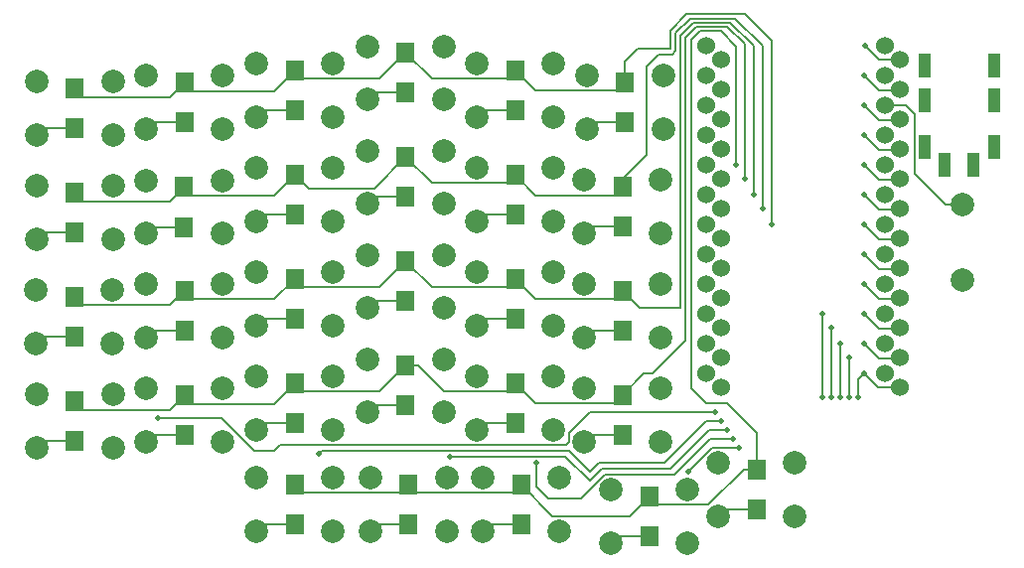
<source format=gbr>
%TF.GenerationSoftware,KiCad,Pcbnew,(6.0.9)*%
%TF.CreationDate,2022-12-16T17:53:14+00:00*%
%TF.ProjectId,PocketSplit-V1,506f636b-6574-4537-906c-69742d56312e,1.0*%
%TF.SameCoordinates,Original*%
%TF.FileFunction,Copper,L2,Bot*%
%TF.FilePolarity,Positive*%
%FSLAX46Y46*%
G04 Gerber Fmt 4.6, Leading zero omitted, Abs format (unit mm)*
G04 Created by KiCad (PCBNEW (6.0.9)) date 2022-12-16 17:53:14*
%MOMM*%
%LPD*%
G01*
G04 APERTURE LIST*
%TA.AperFunction,ComponentPad*%
%ADD10C,2.000000*%
%TD*%
%TA.AperFunction,ComponentPad*%
%ADD11C,1.524000*%
%TD*%
%TA.AperFunction,ComponentPad*%
%ADD12R,1.000000X2.100000*%
%TD*%
%TA.AperFunction,ComponentPad*%
%ADD13R,1.500000X1.800000*%
%TD*%
%TA.AperFunction,ViaPad*%
%ADD14C,0.500000*%
%TD*%
%TA.AperFunction,Conductor*%
%ADD15C,0.150000*%
%TD*%
G04 APERTURE END LIST*
D10*
%TO.P,SW28,1*%
%TO.N,COL-L-5*%
X75490000Y-83094000D03*
%TO.P,SW28,2*%
%TO.N,unconnected-(SW28-Pad2)*%
X81990000Y-83094000D03*
%TO.P,SW28,3*%
%TO.N,Net-(D28-Pad2)*%
X75490000Y-87594000D03*
%TO.P,SW28,4*%
%TO.N,unconnected-(SW28-Pad4)*%
X81990000Y-87594000D03*
%TD*%
%TO.P,SW3,1*%
%TO.N,COL-L-3*%
X45264000Y-46768000D03*
%TO.P,SW3,2*%
%TO.N,unconnected-(SW3-Pad2)*%
X51764000Y-46768000D03*
%TO.P,SW3,3*%
%TO.N,Net-(D3-Pad2)*%
X45264000Y-51268000D03*
%TO.P,SW3,4*%
%TO.N,unconnected-(SW3-Pad4)*%
X51764000Y-51268000D03*
%TD*%
%TO.P,SW10,1*%
%TO.N,COL-L-4*%
X54714000Y-54170000D03*
%TO.P,SW10,2*%
%TO.N,unconnected-(SW10-Pad2)*%
X61214000Y-54170000D03*
%TO.P,SW10,3*%
%TO.N,Net-(D10-Pad2)*%
X54714000Y-58670000D03*
%TO.P,SW10,4*%
%TO.N,unconnected-(SW10-Pad4)*%
X61214000Y-58670000D03*
%TD*%
%TO.P,SW21,1*%
%TO.N,COL-L-3*%
X45264000Y-73438000D03*
%TO.P,SW21,2*%
%TO.N,unconnected-(SW21-Pad2)*%
X51764000Y-73438000D03*
%TO.P,SW21,3*%
%TO.N,Net-(D21-Pad2)*%
X45264000Y-77938000D03*
%TO.P,SW21,4*%
%TO.N,unconnected-(SW21-Pad4)*%
X51764000Y-77938000D03*
%TD*%
%TO.P,SW12,1*%
%TO.N,COL-L-6*%
X73204000Y-56682000D03*
%TO.P,SW12,2*%
%TO.N,unconnected-(SW12-Pad2)*%
X79704000Y-56682000D03*
%TO.P,SW12,3*%
%TO.N,Net-(D12-Pad2)*%
X73204000Y-61182000D03*
%TO.P,SW12,4*%
%TO.N,unconnected-(SW12-Pad4)*%
X79704000Y-61182000D03*
%TD*%
%TO.P,SW17,1*%
%TO.N,COL-L-5*%
X64060000Y-64548000D03*
%TO.P,SW17,2*%
%TO.N,unconnected-(SW17-Pad2)*%
X70560000Y-64548000D03*
%TO.P,SW17,3*%
%TO.N,Net-(D17-Pad2)*%
X64060000Y-69048000D03*
%TO.P,SW17,4*%
%TO.N,unconnected-(SW17-Pad4)*%
X70560000Y-69048000D03*
%TD*%
%TO.P,SW11,1*%
%TO.N,COL-L-5*%
X64060000Y-55658000D03*
%TO.P,SW11,2*%
%TO.N,unconnected-(SW11-Pad2)*%
X70560000Y-55658000D03*
%TO.P,SW11,3*%
%TO.N,Net-(D11-Pad2)*%
X64060000Y-60158000D03*
%TO.P,SW11,4*%
%TO.N,unconnected-(SW11-Pad4)*%
X70560000Y-60158000D03*
%TD*%
%TO.P,SW13,1*%
%TO.N,COL-L-1*%
X26468000Y-66076000D03*
%TO.P,SW13,2*%
%TO.N,unconnected-(SW13-Pad2)*%
X32968000Y-66076000D03*
%TO.P,SW13,3*%
%TO.N,Net-(D13-Pad2)*%
X26468000Y-70576000D03*
%TO.P,SW13,4*%
%TO.N,unconnected-(SW13-Pad4)*%
X32968000Y-70576000D03*
%TD*%
%TO.P,SW7,1*%
%TO.N,COL-L-1*%
X26520000Y-57190000D03*
%TO.P,SW7,2*%
%TO.N,unconnected-(SW7-Pad2)*%
X33020000Y-57190000D03*
%TO.P,SW7,3*%
%TO.N,Net-(D7-Pad2)*%
X26520000Y-61690000D03*
%TO.P,SW7,4*%
%TO.N,unconnected-(SW7-Pad4)*%
X33020000Y-61690000D03*
%TD*%
%TO.P,SW24,1*%
%TO.N,COL-L-6*%
X73204000Y-74458000D03*
%TO.P,SW24,2*%
%TO.N,unconnected-(SW24-Pad2)*%
X79704000Y-74458000D03*
%TO.P,SW24,3*%
%TO.N,Net-(D24-Pad2)*%
X73204000Y-78958000D03*
%TO.P,SW24,4*%
%TO.N,unconnected-(SW24-Pad4)*%
X79704000Y-78958000D03*
%TD*%
%TO.P,SW27,1*%
%TO.N,COL-L-4*%
X64568000Y-82078000D03*
%TO.P,SW27,2*%
%TO.N,unconnected-(SW27-Pad2)*%
X71068000Y-82078000D03*
%TO.P,SW27,3*%
%TO.N,Net-(D27-Pad2)*%
X64568000Y-86578000D03*
%TO.P,SW27,4*%
%TO.N,unconnected-(SW27-Pad4)*%
X71068000Y-86578000D03*
%TD*%
%TO.P,SW26,1*%
%TO.N,COL-L-3*%
X54968000Y-82078000D03*
%TO.P,SW26,2*%
%TO.N,unconnected-(SW26-Pad2)*%
X61468000Y-82078000D03*
%TO.P,SW26,3*%
%TO.N,Net-(D26-Pad2)*%
X54968000Y-86578000D03*
%TO.P,SW26,4*%
%TO.N,unconnected-(SW26-Pad4)*%
X61468000Y-86578000D03*
%TD*%
%TO.P,SW6,1*%
%TO.N,COL-L-6*%
X73406000Y-47788000D03*
%TO.P,SW6,2*%
%TO.N,unconnected-(SW6-Pad2)*%
X79906000Y-47788000D03*
%TO.P,SW6,3*%
%TO.N,Net-(D6-Pad2)*%
X73406000Y-52288000D03*
%TO.P,SW6,4*%
%TO.N,unconnected-(SW6-Pad4)*%
X79906000Y-52288000D03*
%TD*%
%TO.P,SW14,1*%
%TO.N,COL-L-2*%
X35866000Y-65568000D03*
%TO.P,SW14,2*%
%TO.N,unconnected-(SW14-Pad2)*%
X42366000Y-65568000D03*
%TO.P,SW14,3*%
%TO.N,Net-(D14-Pad2)*%
X35866000Y-70068000D03*
%TO.P,SW14,4*%
%TO.N,unconnected-(SW14-Pad4)*%
X42366000Y-70068000D03*
%TD*%
%TO.P,SW16,1*%
%TO.N,COL-L-4*%
X54714000Y-63060000D03*
%TO.P,SW16,2*%
%TO.N,unconnected-(SW16-Pad2)*%
X61214000Y-63060000D03*
%TO.P,SW16,3*%
%TO.N,Net-(D16-Pad2)*%
X54714000Y-67560000D03*
%TO.P,SW16,4*%
%TO.N,unconnected-(SW16-Pad4)*%
X61214000Y-67560000D03*
%TD*%
%TO.P,SW4,1*%
%TO.N,COL-L-4*%
X54714000Y-45284000D03*
%TO.P,SW4,2*%
%TO.N,unconnected-(SW4-Pad2)*%
X61214000Y-45284000D03*
%TO.P,SW4,3*%
%TO.N,Net-(D4-Pad2)*%
X54714000Y-49784000D03*
%TO.P,SW4,4*%
%TO.N,unconnected-(SW4-Pad4)*%
X61214000Y-49784000D03*
%TD*%
D11*
%TO.P,MCU1,1,TX0/PD3*%
%TO.N,unconnected-(MCU1-Pad1)*%
X100127535Y-46407745D03*
X83588720Y-45212000D03*
%TO.P,MCU1,2,RX1/PD2*%
%TO.N,DATA*%
X83588720Y-47752000D03*
X100127535Y-48947745D03*
%TO.P,MCU1,3,GND*%
%TO.N,GND*%
X100127535Y-51487745D03*
X83588720Y-50292000D03*
%TO.P,MCU1,4,GND*%
X100127535Y-54027745D03*
X83588720Y-52832000D03*
%TO.P,MCU1,5,2/PD1*%
%TO.N,ROW-L-5*%
X83588720Y-55372000D03*
X100127535Y-56567745D03*
%TO.P,MCU1,6,3/PD0*%
%TO.N,ROW-L-3*%
X100127535Y-59107745D03*
X83588720Y-57912000D03*
%TO.P,MCU1,7,4/PD4*%
%TO.N,ROW-L-1*%
X100127535Y-61647745D03*
X83588720Y-60452000D03*
%TO.P,MCU1,8,5/PC6*%
%TO.N,unconnected-(MCU1-Pad8)*%
X83588720Y-62992000D03*
X100127535Y-64187745D03*
%TO.P,MCU1,9,6/PD7*%
%TO.N,unconnected-(MCU1-Pad9)*%
X100127535Y-66727745D03*
X83588720Y-65532000D03*
%TO.P,MCU1,10,7/PE6*%
%TO.N,COL-L-1*%
X100127535Y-69267745D03*
X83588720Y-68072000D03*
%TO.P,MCU1,11,8/PB4*%
%TO.N,COL-L-3*%
X83588720Y-70612000D03*
X100127535Y-71807745D03*
%TO.P,MCU1,12,9/PB5*%
%TO.N,COL-L-5*%
X83588720Y-73152000D03*
X100127535Y-74347745D03*
%TO.P,MCU1,13,10/PB6*%
%TO.N,COL-L-6*%
X84887535Y-74347745D03*
X98828720Y-73152000D03*
%TO.P,MCU1,14,16/PB2*%
%TO.N,COL-L-4*%
X84887535Y-71807745D03*
X98828720Y-70612000D03*
%TO.P,MCU1,15,14/PB3*%
%TO.N,COL-L-2*%
X98828720Y-68072000D03*
X84887535Y-69267745D03*
%TO.P,MCU1,16,15/PB1*%
%TO.N,unconnected-(MCU1-Pad16)*%
X98828720Y-65532000D03*
X84887535Y-66727745D03*
%TO.P,MCU1,17,A0/PF7*%
%TO.N,unconnected-(MCU1-Pad17)*%
X84887535Y-64187745D03*
X98828720Y-62992000D03*
%TO.P,MCU1,18,A1/PF6*%
%TO.N,unconnected-(MCU1-Pad18)*%
X98828720Y-60452000D03*
X84887535Y-61647745D03*
%TO.P,MCU1,19,A2/PF5*%
%TO.N,ROW-L-2*%
X84887535Y-59107745D03*
X98828720Y-57912000D03*
%TO.P,MCU1,20,A3/PF4*%
%TO.N,ROW-L-4*%
X98828720Y-55372000D03*
X84887535Y-56567745D03*
%TO.P,MCU1,21,VCC*%
%TO.N,5v*%
X84887535Y-54027745D03*
X98828720Y-52832000D03*
%TO.P,MCU1,22,RST*%
%TO.N,RST*%
X98828720Y-50292000D03*
X84887535Y-51487745D03*
%TO.P,MCU1,23,GND*%
%TO.N,GND*%
X98828720Y-47752000D03*
X84887535Y-48947745D03*
%TO.P,MCU1,24,RAW*%
%TO.N,unconnected-(MCU1-Pad24)*%
X84887535Y-46407745D03*
X98828720Y-45212000D03*
%TD*%
D10*
%TO.P,SW9,1*%
%TO.N,COL-L-3*%
X45264000Y-55662000D03*
%TO.P,SW9,2*%
%TO.N,unconnected-(SW9-Pad2)*%
X51764000Y-55662000D03*
%TO.P,SW9,3*%
%TO.N,Net-(D9-Pad2)*%
X45264000Y-60162000D03*
%TO.P,SW9,4*%
%TO.N,unconnected-(SW9-Pad4)*%
X51764000Y-60162000D03*
%TD*%
%TO.P,SW25,1*%
%TO.N,COL-L-2*%
X45264000Y-82078000D03*
%TO.P,SW25,2*%
%TO.N,unconnected-(SW25-Pad2)*%
X51764000Y-82078000D03*
%TO.P,SW25,3*%
%TO.N,Net-(D25-Pad2)*%
X45264000Y-86578000D03*
%TO.P,SW25,4*%
%TO.N,unconnected-(SW25-Pad4)*%
X51764000Y-86578000D03*
%TD*%
%TO.P,SW29,1*%
%TO.N,COL-L-6*%
X84634000Y-80808000D03*
%TO.P,SW29,2*%
%TO.N,unconnected-(SW29-Pad2)*%
X91134000Y-80808000D03*
%TO.P,SW29,3*%
%TO.N,Net-(D29-Pad2)*%
X84634000Y-85308000D03*
%TO.P,SW29,4*%
%TO.N,unconnected-(SW29-Pad4)*%
X91134000Y-85308000D03*
%TD*%
%TO.P,SW2,1*%
%TO.N,COL-L-2*%
X35866000Y-47792000D03*
%TO.P,SW2,2*%
%TO.N,unconnected-(SW2-Pad2)*%
X42366000Y-47792000D03*
%TO.P,SW2,3*%
%TO.N,Net-(D2-Pad2)*%
X35866000Y-52292000D03*
%TO.P,SW2,4*%
%TO.N,unconnected-(SW2-Pad4)*%
X42366000Y-52292000D03*
%TD*%
%TO.P,SW20,1*%
%TO.N,COL-L-2*%
X35866000Y-74462000D03*
%TO.P,SW20,2*%
%TO.N,unconnected-(SW20-Pad2)*%
X42366000Y-74462000D03*
%TO.P,SW20,3*%
%TO.N,Net-(D20-Pad2)*%
X35866000Y-78962000D03*
%TO.P,SW20,4*%
%TO.N,unconnected-(SW20-Pad4)*%
X42366000Y-78962000D03*
%TD*%
%TO.P,SW5,1*%
%TO.N,COL-L-5*%
X64060000Y-46772000D03*
%TO.P,SW5,2*%
%TO.N,unconnected-(SW5-Pad2)*%
X70560000Y-46772000D03*
%TO.P,SW5,3*%
%TO.N,Net-(D5-Pad2)*%
X64060000Y-51272000D03*
%TO.P,SW5,4*%
%TO.N,unconnected-(SW5-Pad4)*%
X70560000Y-51272000D03*
%TD*%
%TO.P,SW19,1*%
%TO.N,COL-L-1*%
X26520000Y-74970000D03*
%TO.P,SW19,2*%
%TO.N,unconnected-(SW19-Pad2)*%
X33020000Y-74970000D03*
%TO.P,SW19,3*%
%TO.N,Net-(D19-Pad2)*%
X26520000Y-79470000D03*
%TO.P,SW19,4*%
%TO.N,unconnected-(SW19-Pad4)*%
X33020000Y-79470000D03*
%TD*%
%TO.P,SW1,1*%
%TO.N,COL-L-1*%
X26520000Y-48300000D03*
%TO.P,SW1,2*%
%TO.N,unconnected-(SW1-Pad2)*%
X33020000Y-48300000D03*
%TO.P,SW1,3*%
%TO.N,Net-(D1-Pad2)*%
X26520000Y-52800000D03*
%TO.P,SW1,4*%
%TO.N,unconnected-(SW1-Pad4)*%
X33020000Y-52800000D03*
%TD*%
%TO.P,SW23,1*%
%TO.N,COL-L-5*%
X64060000Y-73438000D03*
%TO.P,SW23,2*%
%TO.N,unconnected-(SW23-Pad2)*%
X70560000Y-73438000D03*
%TO.P,SW23,3*%
%TO.N,Net-(D23-Pad2)*%
X64060000Y-77938000D03*
%TO.P,SW23,4*%
%TO.N,unconnected-(SW23-Pad4)*%
X70560000Y-77938000D03*
%TD*%
%TO.P,SW18,1*%
%TO.N,COL-L-6*%
X73204000Y-65568000D03*
%TO.P,SW18,2*%
%TO.N,unconnected-(SW18-Pad2)*%
X79704000Y-65568000D03*
%TO.P,SW18,3*%
%TO.N,Net-(D18-Pad2)*%
X73204000Y-70068000D03*
%TO.P,SW18,4*%
%TO.N,unconnected-(SW18-Pad4)*%
X79704000Y-70068000D03*
%TD*%
D12*
%TO.P,J1,1*%
%TO.N,5v*%
X102181000Y-53884500D03*
X108131000Y-53884500D03*
%TO.P,J1,2*%
%TO.N,GND*%
X108131000Y-49884500D03*
X102181000Y-49884500D03*
%TO.P,J1,3*%
%TO.N,DATA*%
X102181000Y-46884500D03*
X108131000Y-46884500D03*
%TO.P,J1,4*%
%TO.N,unconnected-(J1-Pad4)*%
X103931000Y-55384500D03*
X106381000Y-55384500D03*
%TD*%
D10*
%TO.P,SW22,1*%
%TO.N,COL-L-4*%
X54714000Y-71954000D03*
%TO.P,SW22,2*%
%TO.N,unconnected-(SW22-Pad2)*%
X61214000Y-71954000D03*
%TO.P,SW22,3*%
%TO.N,Net-(D22-Pad2)*%
X54714000Y-76454000D03*
%TO.P,SW22,4*%
%TO.N,unconnected-(SW22-Pad4)*%
X61214000Y-76454000D03*
%TD*%
%TO.P,RST1,1,1*%
%TO.N,GND*%
X105410000Y-65226000D03*
%TO.P,RST1,2,2*%
%TO.N,RST*%
X105410000Y-58726000D03*
%TD*%
%TO.P,SW15,1*%
%TO.N,COL-L-3*%
X45264000Y-64552000D03*
%TO.P,SW15,2*%
%TO.N,unconnected-(SW15-Pad2)*%
X51764000Y-64552000D03*
%TO.P,SW15,3*%
%TO.N,Net-(D15-Pad2)*%
X45264000Y-69052000D03*
%TO.P,SW15,4*%
%TO.N,unconnected-(SW15-Pad4)*%
X51764000Y-69052000D03*
%TD*%
%TO.P,SW8,1*%
%TO.N,COL-L-2*%
X35814000Y-56722000D03*
%TO.P,SW8,2*%
%TO.N,unconnected-(SW8-Pad2)*%
X42314000Y-56722000D03*
%TO.P,SW8,3*%
%TO.N,Net-(D8-Pad2)*%
X35814000Y-61222000D03*
%TO.P,SW8,4*%
%TO.N,unconnected-(SW8-Pad4)*%
X42314000Y-61222000D03*
%TD*%
D13*
%TO.P,D29,1,K*%
%TO.N,ROW-L-5*%
X87884000Y-81358000D03*
%TO.P,D29,2,A*%
%TO.N,Net-(D29-Pad2)*%
X87884000Y-84758000D03*
%TD*%
%TO.P,D6,1,K*%
%TO.N,ROW-L-1*%
X76656000Y-48338000D03*
%TO.P,D6,2,A*%
%TO.N,Net-(D6-Pad2)*%
X76656000Y-51738000D03*
%TD*%
%TO.P,D12,1,K*%
%TO.N,ROW-L-2*%
X76454000Y-57232000D03*
%TO.P,D12,2,A*%
%TO.N,Net-(D12-Pad2)*%
X76454000Y-60632000D03*
%TD*%
%TO.P,D15,1,K*%
%TO.N,ROW-L-3*%
X48514000Y-65102000D03*
%TO.P,D15,2,A*%
%TO.N,Net-(D15-Pad2)*%
X48514000Y-68502000D03*
%TD*%
%TO.P,D28,1,K*%
%TO.N,ROW-L-5*%
X78740000Y-83644000D03*
%TO.P,D28,2,A*%
%TO.N,Net-(D28-Pad2)*%
X78740000Y-87044000D03*
%TD*%
%TO.P,D7,1,K*%
%TO.N,ROW-L-2*%
X29770000Y-57740000D03*
%TO.P,D7,2,A*%
%TO.N,Net-(D7-Pad2)*%
X29770000Y-61140000D03*
%TD*%
%TO.P,D18,1,K*%
%TO.N,ROW-L-3*%
X76454000Y-66118000D03*
%TO.P,D18,2,A*%
%TO.N,Net-(D18-Pad2)*%
X76454000Y-69518000D03*
%TD*%
%TO.P,D10,1,K*%
%TO.N,ROW-L-2*%
X57964000Y-54720000D03*
%TO.P,D10,2,A*%
%TO.N,Net-(D10-Pad2)*%
X57964000Y-58120000D03*
%TD*%
%TO.P,D2,1,K*%
%TO.N,ROW-L-1*%
X39116000Y-48342000D03*
%TO.P,D2,2,A*%
%TO.N,Net-(D2-Pad2)*%
X39116000Y-51742000D03*
%TD*%
%TO.P,D3,1,K*%
%TO.N,ROW-L-1*%
X48514000Y-47318000D03*
%TO.P,D3,2,A*%
%TO.N,Net-(D3-Pad2)*%
X48514000Y-50718000D03*
%TD*%
%TO.P,D19,1,K*%
%TO.N,ROW-L-4*%
X29770000Y-75520000D03*
%TO.P,D19,2,A*%
%TO.N,Net-(D19-Pad2)*%
X29770000Y-78920000D03*
%TD*%
%TO.P,D26,1,K*%
%TO.N,ROW-L-5*%
X58218000Y-82628000D03*
%TO.P,D26,2,A*%
%TO.N,Net-(D26-Pad2)*%
X58218000Y-86028000D03*
%TD*%
%TO.P,D27,1,K*%
%TO.N,ROW-L-5*%
X67818000Y-82628000D03*
%TO.P,D27,2,A*%
%TO.N,Net-(D27-Pad2)*%
X67818000Y-86028000D03*
%TD*%
%TO.P,D22,1,K*%
%TO.N,ROW-L-4*%
X57964000Y-72504000D03*
%TO.P,D22,2,A*%
%TO.N,Net-(D22-Pad2)*%
X57964000Y-75904000D03*
%TD*%
%TO.P,D9,1,K*%
%TO.N,ROW-L-2*%
X48514000Y-56212000D03*
%TO.P,D9,2,A*%
%TO.N,Net-(D9-Pad2)*%
X48514000Y-59612000D03*
%TD*%
%TO.P,D13,1,K*%
%TO.N,ROW-L-3*%
X29718000Y-66626000D03*
%TO.P,D13,2,A*%
%TO.N,Net-(D13-Pad2)*%
X29718000Y-70026000D03*
%TD*%
%TO.P,D24,1,K*%
%TO.N,ROW-L-4*%
X76454000Y-75008000D03*
%TO.P,D24,2,A*%
%TO.N,Net-(D24-Pad2)*%
X76454000Y-78408000D03*
%TD*%
%TO.P,D16,1,K*%
%TO.N,ROW-L-3*%
X57964000Y-63610000D03*
%TO.P,D16,2,A*%
%TO.N,Net-(D16-Pad2)*%
X57964000Y-67010000D03*
%TD*%
%TO.P,D21,1,K*%
%TO.N,ROW-L-4*%
X48514000Y-73988000D03*
%TO.P,D21,2,A*%
%TO.N,Net-(D21-Pad2)*%
X48514000Y-77388000D03*
%TD*%
%TO.P,D23,1,K*%
%TO.N,ROW-L-4*%
X67310000Y-73988000D03*
%TO.P,D23,2,A*%
%TO.N,Net-(D23-Pad2)*%
X67310000Y-77388000D03*
%TD*%
%TO.P,D17,1,K*%
%TO.N,ROW-L-3*%
X67310000Y-65098000D03*
%TO.P,D17,2,A*%
%TO.N,Net-(D17-Pad2)*%
X67310000Y-68498000D03*
%TD*%
%TO.P,D11,1,K*%
%TO.N,ROW-L-2*%
X67310000Y-56208000D03*
%TO.P,D11,2,A*%
%TO.N,Net-(D11-Pad2)*%
X67310000Y-59608000D03*
%TD*%
%TO.P,D20,1,K*%
%TO.N,ROW-L-4*%
X39116000Y-75012000D03*
%TO.P,D20,2,A*%
%TO.N,Net-(D20-Pad2)*%
X39116000Y-78412000D03*
%TD*%
%TO.P,D8,1,K*%
%TO.N,ROW-L-2*%
X39064000Y-57272000D03*
%TO.P,D8,2,A*%
%TO.N,Net-(D8-Pad2)*%
X39064000Y-60672000D03*
%TD*%
%TO.P,D5,1,K*%
%TO.N,ROW-L-1*%
X67310000Y-47322000D03*
%TO.P,D5,2,A*%
%TO.N,Net-(D5-Pad2)*%
X67310000Y-50722000D03*
%TD*%
%TO.P,D1,1,K*%
%TO.N,ROW-L-1*%
X29770000Y-48850000D03*
%TO.P,D1,2,A*%
%TO.N,Net-(D1-Pad2)*%
X29770000Y-52250000D03*
%TD*%
%TO.P,D4,1,K*%
%TO.N,ROW-L-1*%
X57964000Y-45834000D03*
%TO.P,D4,2,A*%
%TO.N,Net-(D4-Pad2)*%
X57964000Y-49234000D03*
%TD*%
%TO.P,D14,1,K*%
%TO.N,ROW-L-3*%
X39116000Y-66118000D03*
%TO.P,D14,2,A*%
%TO.N,Net-(D14-Pad2)*%
X39116000Y-69518000D03*
%TD*%
%TO.P,D25,1,K*%
%TO.N,ROW-L-5*%
X48514000Y-82628000D03*
%TO.P,D25,2,A*%
%TO.N,Net-(D25-Pad2)*%
X48514000Y-86028000D03*
%TD*%
D14*
%TO.N,GND*%
X97027999Y-50289300D03*
X97025319Y-52826889D03*
%TO.N,ROW-L-1*%
X97028000Y-60452000D03*
X89154000Y-60452000D03*
%TO.N,ROW-L-2*%
X88376217Y-59107745D03*
%TO.N,ROW-L-3*%
X97028000Y-57912000D03*
X87630000Y-57912000D03*
%TO.N,ROW-L-4*%
X86851500Y-56567745D03*
%TO.N,ROW-L-5*%
X97028000Y-55372000D03*
X86106000Y-55372000D03*
%TO.N,COL-L-1*%
X84328000Y-76454000D03*
X97028000Y-68072000D03*
X93472000Y-68072000D03*
X36830000Y-76962000D03*
X93472000Y-75184000D03*
%TO.N,COL-L-2*%
X94234000Y-69267745D03*
X50546000Y-80010000D03*
X84836000Y-77216000D03*
X94234000Y-75184000D03*
%TO.N,COL-L-3*%
X94996000Y-70612000D03*
X61722000Y-80264000D03*
X85344000Y-77978000D03*
X97019148Y-70603148D03*
X94996000Y-75174008D03*
%TO.N,COL-L-4*%
X95758000Y-71807745D03*
X95758000Y-75184000D03*
X69088000Y-80772000D03*
X85842922Y-78740000D03*
%TO.N,COL-L-5*%
X86360000Y-79502000D03*
X82042000Y-81534000D03*
X97028000Y-73152000D03*
X96520000Y-75184000D03*
%TO.N,unconnected-(MCU1-Pad9)*%
X97025319Y-65526889D03*
%TO.N,unconnected-(MCU1-Pad8)*%
X97027999Y-62989300D03*
%TO.N,unconnected-(MCU1-Pad1)*%
X97155000Y-45212000D03*
%TO.N,DATA*%
X97028000Y-47752000D03*
%TD*%
D15*
%TO.N,Net-(D1-Pad2)*%
X29770000Y-52250000D02*
X27070000Y-52250000D01*
X27070000Y-52250000D02*
X26520000Y-52800000D01*
%TO.N,Net-(D7-Pad2)*%
X29770000Y-61140000D02*
X27070000Y-61140000D01*
X27070000Y-61140000D02*
X26520000Y-61690000D01*
%TO.N,Net-(D13-Pad2)*%
X27018000Y-70026000D02*
X26468000Y-70576000D01*
X29718000Y-70026000D02*
X27018000Y-70026000D01*
%TO.N,Net-(D14-Pad2)*%
X36416000Y-69518000D02*
X35866000Y-70068000D01*
X39116000Y-69518000D02*
X36416000Y-69518000D01*
%TO.N,Net-(D15-Pad2)*%
X48514000Y-68502000D02*
X45814000Y-68502000D01*
X45814000Y-68502000D02*
X45264000Y-69052000D01*
%TO.N,Net-(D16-Pad2)*%
X55264000Y-67010000D02*
X54714000Y-67560000D01*
X57964000Y-67010000D02*
X55264000Y-67010000D01*
%TO.N,Net-(D17-Pad2)*%
X67310000Y-68498000D02*
X64610000Y-68498000D01*
X64610000Y-68498000D02*
X64060000Y-69048000D01*
%TO.N,Net-(D19-Pad2)*%
X29770000Y-78920000D02*
X27070000Y-78920000D01*
X27070000Y-78920000D02*
X26520000Y-79470000D01*
%TO.N,Net-(D20-Pad2)*%
X36416000Y-78412000D02*
X35866000Y-78962000D01*
X39116000Y-78412000D02*
X36416000Y-78412000D01*
%TO.N,Net-(D21-Pad2)*%
X48514000Y-77388000D02*
X45814000Y-77388000D01*
X45814000Y-77388000D02*
X45264000Y-77938000D01*
%TO.N,Net-(D22-Pad2)*%
X57964000Y-75904000D02*
X55264000Y-75904000D01*
X55264000Y-75904000D02*
X54714000Y-76454000D01*
%TO.N,Net-(D23-Pad2)*%
X67310000Y-77388000D02*
X64610000Y-77388000D01*
X64610000Y-77388000D02*
X64060000Y-77938000D01*
%TO.N,Net-(D24-Pad2)*%
X76454000Y-78408000D02*
X73754000Y-78408000D01*
X73754000Y-78408000D02*
X73204000Y-78958000D01*
%TO.N,Net-(D25-Pad2)*%
X45814000Y-86028000D02*
X45264000Y-86578000D01*
X48514000Y-86028000D02*
X45814000Y-86028000D01*
%TO.N,RST*%
X101346000Y-56099750D02*
X103972250Y-58726000D01*
X101346000Y-51054000D02*
X101346000Y-56099750D01*
X100584000Y-50292000D02*
X101346000Y-51054000D01*
X103972250Y-58726000D02*
X105410000Y-58726000D01*
X98828720Y-50292000D02*
X100584000Y-50292000D01*
%TO.N,GND*%
X100074790Y-51562000D02*
X98300699Y-51562000D01*
X98300430Y-54102000D02*
X97025319Y-52826889D01*
X98300699Y-51562000D02*
X97027999Y-50289300D01*
X100074790Y-54102000D02*
X98300430Y-54102000D01*
%TO.N,ROW-L-1*%
X81912416Y-42542000D02*
X86866396Y-42542000D01*
X48514000Y-47318000D02*
X46765000Y-49067000D01*
X100074790Y-61722000D02*
X98298000Y-61722000D01*
X89154717Y-45212000D02*
X89154717Y-60451283D01*
X75931000Y-49063000D02*
X69051000Y-49063000D01*
X66585000Y-48047000D02*
X60177000Y-48047000D01*
X55755000Y-48043000D02*
X49239000Y-48043000D01*
X60177000Y-48047000D02*
X57964000Y-45834000D01*
X69051000Y-49063000D02*
X67310000Y-47322000D01*
X80496000Y-45466000D02*
X80496000Y-43958416D01*
X49239000Y-48043000D02*
X48514000Y-47318000D01*
X46765000Y-49067000D02*
X39841000Y-49067000D01*
X30495000Y-49575000D02*
X29770000Y-48850000D01*
X67310000Y-47322000D02*
X66585000Y-48047000D01*
X39116000Y-48342000D02*
X37883000Y-49575000D01*
X86866396Y-42542000D02*
X89154000Y-44829604D01*
X76656000Y-48338000D02*
X75931000Y-49063000D01*
X89154000Y-44829604D02*
X89154000Y-45212000D01*
X76656000Y-46534000D02*
X77724000Y-45466000D01*
X77724000Y-45466000D02*
X80474000Y-45466000D01*
X98298000Y-61722000D02*
X97028000Y-60452000D01*
X76656000Y-48338000D02*
X76656000Y-46534000D01*
X37883000Y-49575000D02*
X30495000Y-49575000D01*
X57964000Y-45834000D02*
X55755000Y-48043000D01*
X39841000Y-49067000D02*
X39116000Y-48342000D01*
X80496000Y-43958416D02*
X81912416Y-42542000D01*
%TO.N,ROW-L-2*%
X80682396Y-45938000D02*
X80946000Y-45674396D01*
X86072000Y-42892000D02*
X88392000Y-45212000D01*
X55289000Y-57395000D02*
X57964000Y-54720000D01*
X66585000Y-56933000D02*
X67310000Y-56208000D01*
X79538000Y-45938000D02*
X80682396Y-45938000D01*
X69059000Y-57957000D02*
X75729000Y-57957000D01*
X39789000Y-57997000D02*
X46729000Y-57997000D01*
X75729000Y-57957000D02*
X76454000Y-57232000D01*
X49697000Y-57395000D02*
X55289000Y-57395000D01*
X29770000Y-57740000D02*
X30495000Y-58465000D01*
X82198812Y-42892000D02*
X86072000Y-42892000D01*
X46729000Y-57997000D02*
X48514000Y-56212000D01*
X76454000Y-57232000D02*
X76454000Y-56520000D01*
X78486000Y-46990000D02*
X79538000Y-45938000D01*
X60177000Y-56933000D02*
X66585000Y-56933000D01*
X39064000Y-57272000D02*
X39789000Y-57997000D01*
X80946000Y-44144812D02*
X82198812Y-42892000D01*
X78486000Y-54488000D02*
X78486000Y-46990000D01*
X57964000Y-54720000D02*
X60177000Y-56933000D01*
X80946000Y-45674396D02*
X80946000Y-44144812D01*
X88392000Y-59091962D02*
X88376217Y-59107745D01*
X67310000Y-56208000D02*
X69059000Y-57957000D01*
X37871000Y-58465000D02*
X39064000Y-57272000D01*
X88392000Y-45212000D02*
X88392000Y-59091962D01*
X48514000Y-56212000D02*
X49697000Y-57395000D01*
X30495000Y-58465000D02*
X37871000Y-58465000D01*
X76454000Y-56520000D02*
X78486000Y-54488000D01*
%TO.N,ROW-L-3*%
X81396000Y-67564000D02*
X81396000Y-44331208D01*
X100074790Y-59182000D02*
X98298000Y-59182000D01*
X66585000Y-65823000D02*
X67310000Y-65098000D01*
X75729000Y-66843000D02*
X76454000Y-66118000D01*
X98298000Y-59182000D02*
X97028000Y-57912000D01*
X46773000Y-66843000D02*
X48514000Y-65102000D01*
X69055000Y-66843000D02*
X75729000Y-66843000D01*
X81396000Y-44331208D02*
X82485208Y-43242000D01*
X77900000Y-67564000D02*
X81396000Y-67564000D01*
X76454000Y-66118000D02*
X77900000Y-67564000D01*
X67310000Y-65098000D02*
X69055000Y-66843000D01*
X55747000Y-65827000D02*
X57964000Y-63610000D01*
X37883000Y-67351000D02*
X39116000Y-66118000D01*
X30443000Y-67351000D02*
X37883000Y-67351000D01*
X82485208Y-43242000D02*
X85660000Y-43242000D01*
X85660000Y-43242000D02*
X87630000Y-45212000D01*
X39116000Y-66118000D02*
X39841000Y-66843000D01*
X48514000Y-65102000D02*
X49239000Y-65827000D01*
X57964000Y-63610000D02*
X60177000Y-65823000D01*
X49239000Y-65827000D02*
X55747000Y-65827000D01*
X39841000Y-66843000D02*
X46773000Y-66843000D01*
X87630000Y-57912000D02*
X87630000Y-45209925D01*
X29718000Y-66626000D02*
X30443000Y-67351000D01*
X60177000Y-65823000D02*
X66585000Y-65823000D01*
%TO.N,ROW-L-4*%
X39116000Y-75012000D02*
X39841000Y-75737000D01*
X46765000Y-75737000D02*
X48514000Y-73988000D01*
X57964000Y-72504000D02*
X59067123Y-72504000D01*
X59067123Y-72504000D02*
X61276123Y-74713000D01*
X82771604Y-43592000D02*
X85376396Y-43592000D01*
X39841000Y-75737000D02*
X46765000Y-75737000D01*
X75729000Y-75733000D02*
X76454000Y-75008000D01*
X81846000Y-44517604D02*
X82771604Y-43592000D01*
X49239000Y-74713000D02*
X55755000Y-74713000D01*
X81846000Y-70354000D02*
X81846000Y-44517604D01*
X67310000Y-73988000D02*
X69055000Y-75733000D01*
X85376396Y-43592000D02*
X86868000Y-45083604D01*
X48514000Y-73988000D02*
X49239000Y-74713000D01*
X37883000Y-76245000D02*
X39116000Y-75012000D01*
X29770000Y-75520000D02*
X30495000Y-76245000D01*
X66585000Y-74713000D02*
X67310000Y-73988000D01*
X79017000Y-73183000D02*
X81846000Y-70354000D01*
X61276123Y-74713000D02*
X66585000Y-74713000D01*
X69055000Y-75733000D02*
X75729000Y-75733000D01*
X55755000Y-74713000D02*
X57964000Y-72504000D01*
X30495000Y-76245000D02*
X37883000Y-76245000D01*
X76454000Y-75008000D02*
X78279000Y-73183000D01*
X86868000Y-45083604D02*
X86868000Y-56551245D01*
X78279000Y-73183000D02*
X79017000Y-73183000D01*
%TO.N,ROW-L-5*%
X83058000Y-43942000D02*
X82296000Y-44704000D01*
X49239000Y-83353000D02*
X57493000Y-83353000D01*
X82296000Y-44704000D02*
X82296000Y-74422000D01*
X82296000Y-74422000D02*
X83566000Y-75692000D01*
X70493000Y-85303000D02*
X77081000Y-85303000D01*
X86164000Y-55314000D02*
X86164000Y-45270000D01*
X100074790Y-56642000D02*
X98298000Y-56642000D01*
X86106000Y-55372000D02*
X86164000Y-55314000D01*
X86164000Y-45270000D02*
X84836000Y-43942000D01*
X84836000Y-43942000D02*
X83058000Y-43942000D01*
X83769877Y-84369000D02*
X86780877Y-81358000D01*
X86780877Y-81358000D02*
X87884000Y-81358000D01*
X87884000Y-78232000D02*
X87884000Y-81358000D01*
X67093000Y-83353000D02*
X67818000Y-82628000D01*
X58943000Y-83353000D02*
X67093000Y-83353000D01*
X58218000Y-82628000D02*
X58943000Y-83353000D01*
X83566000Y-75692000D02*
X85344000Y-75692000D01*
X57493000Y-83353000D02*
X58218000Y-82628000D01*
X78740000Y-83644000D02*
X79465000Y-84369000D01*
X98298000Y-56642000D02*
X97028000Y-55372000D01*
X85344000Y-75692000D02*
X87884000Y-78232000D01*
X67818000Y-82628000D02*
X70493000Y-85303000D01*
X79465000Y-84369000D02*
X83769877Y-84369000D01*
X77081000Y-85303000D02*
X78740000Y-83644000D01*
X48514000Y-82628000D02*
X49239000Y-83353000D01*
%TO.N,Net-(D2-Pad2)*%
X39116000Y-51742000D02*
X36416000Y-51742000D01*
X36416000Y-51742000D02*
X35866000Y-52292000D01*
%TO.N,Net-(D3-Pad2)*%
X48514000Y-50718000D02*
X45814000Y-50718000D01*
X45814000Y-50718000D02*
X45264000Y-51268000D01*
%TO.N,Net-(D4-Pad2)*%
X55264000Y-49234000D02*
X54714000Y-49784000D01*
X57964000Y-49234000D02*
X55264000Y-49234000D01*
%TO.N,Net-(D5-Pad2)*%
X67310000Y-50722000D02*
X64610000Y-50722000D01*
X64610000Y-50722000D02*
X64060000Y-51272000D01*
%TO.N,Net-(D6-Pad2)*%
X76656000Y-51738000D02*
X73956000Y-51738000D01*
X73956000Y-51738000D02*
X73406000Y-52288000D01*
%TO.N,Net-(D8-Pad2)*%
X39064000Y-60672000D02*
X36364000Y-60672000D01*
X36364000Y-60672000D02*
X35814000Y-61222000D01*
%TO.N,Net-(D9-Pad2)*%
X48514000Y-59612000D02*
X45814000Y-59612000D01*
X45814000Y-59612000D02*
X45264000Y-60162000D01*
%TO.N,Net-(D10-Pad2)*%
X57964000Y-58120000D02*
X55264000Y-58120000D01*
X55264000Y-58120000D02*
X54714000Y-58670000D01*
%TO.N,Net-(D11-Pad2)*%
X67310000Y-59608000D02*
X64610000Y-59608000D01*
X64610000Y-59608000D02*
X64060000Y-60158000D01*
%TO.N,Net-(D12-Pad2)*%
X76454000Y-60632000D02*
X73754000Y-60632000D01*
X73754000Y-60632000D02*
X73204000Y-61182000D01*
%TO.N,Net-(D18-Pad2)*%
X76454000Y-69518000D02*
X73754000Y-69518000D01*
X73754000Y-69518000D02*
X73204000Y-70068000D01*
%TO.N,Net-(D26-Pad2)*%
X55518000Y-86028000D02*
X54968000Y-86578000D01*
X58218000Y-86028000D02*
X55518000Y-86028000D01*
%TO.N,Net-(D27-Pad2)*%
X67818000Y-86028000D02*
X65118000Y-86028000D01*
X65118000Y-86028000D02*
X64568000Y-86578000D01*
%TO.N,Net-(D28-Pad2)*%
X76040000Y-87044000D02*
X75490000Y-87594000D01*
X78740000Y-87044000D02*
X76040000Y-87044000D01*
%TO.N,Net-(D29-Pad2)*%
X85184000Y-84758000D02*
X84634000Y-85308000D01*
X87884000Y-84758000D02*
X85184000Y-84758000D01*
%TO.N,COL-L-1*%
X73660000Y-76454000D02*
X71879000Y-78235000D01*
X84328000Y-76454000D02*
X73660000Y-76454000D01*
X71879000Y-78997000D02*
X71613000Y-79263000D01*
X47259000Y-79263000D02*
X47244000Y-79248000D01*
X47244000Y-79248000D02*
X46736000Y-79756000D01*
X71613000Y-79263000D02*
X47259000Y-79263000D01*
X93472000Y-68072000D02*
X93472000Y-75184000D01*
X45033833Y-79756000D02*
X42239833Y-76962000D01*
X42239833Y-76962000D02*
X36830000Y-76962000D01*
X98298000Y-69342000D02*
X97028000Y-68072000D01*
X46736000Y-79756000D02*
X45033833Y-79756000D01*
X71879000Y-78235000D02*
X71879000Y-78997000D01*
X100074790Y-69342000D02*
X98298000Y-69342000D01*
%TO.N,COL-L-2*%
X74422000Y-80772000D02*
X73660000Y-81534000D01*
X71865000Y-79739000D02*
X50817000Y-79739000D01*
X73660000Y-81534000D02*
X71865000Y-79739000D01*
X50817000Y-79739000D02*
X50546000Y-80010000D01*
X94234000Y-69267745D02*
X94234000Y-75184000D01*
X84836000Y-77216000D02*
X83566000Y-77216000D01*
X83566000Y-77216000D02*
X80010000Y-80772000D01*
X80010000Y-80772000D02*
X74422000Y-80772000D01*
%TO.N,COL-L-3*%
X98298000Y-71882000D02*
X97019148Y-70603148D01*
X94996000Y-70612000D02*
X94996000Y-75174008D01*
X73656084Y-82299917D02*
X71603167Y-80247000D01*
X83820000Y-77978000D02*
X80518000Y-81280000D01*
X100074790Y-71882000D02*
X98298000Y-71882000D01*
X74676000Y-81280000D02*
X73656084Y-82299917D01*
X61739000Y-80247000D02*
X61722000Y-80264000D01*
X71603167Y-80247000D02*
X61739000Y-80247000D01*
X80518000Y-81280000D02*
X74676000Y-81280000D01*
X85344000Y-77978000D02*
X83820000Y-77978000D01*
%TO.N,COL-L-4*%
X74941167Y-81769000D02*
X80918000Y-81769000D01*
X69088000Y-80772000D02*
X69088000Y-82804000D01*
X72890167Y-83820000D02*
X74941167Y-81769000D01*
X83947000Y-78740000D02*
X85842922Y-78740000D01*
X70104000Y-83820000D02*
X72890167Y-83820000D01*
X69088000Y-82804000D02*
X70104000Y-83820000D01*
X80918000Y-81769000D02*
X83947000Y-78740000D01*
X95758000Y-71807745D02*
X95758000Y-75184000D01*
%TO.N,COL-L-5*%
X86360000Y-79502000D02*
X84066167Y-79502000D01*
X96520000Y-73660000D02*
X97028000Y-73152000D01*
X84066167Y-79502000D02*
X82042000Y-81526167D01*
X82042000Y-81526167D02*
X82042000Y-81534000D01*
X96520000Y-75184000D02*
X96520000Y-73660000D01*
X100074790Y-74347745D02*
X98223745Y-74347745D01*
X98223745Y-74347745D02*
X97028000Y-73152000D01*
%TO.N,unconnected-(MCU1-Pad9)*%
X98300430Y-66802000D02*
X97025319Y-65526889D01*
X100074790Y-66802000D02*
X98300430Y-66802000D01*
%TO.N,unconnected-(MCU1-Pad8)*%
X98300699Y-64262000D02*
X97027999Y-62989300D01*
X100074790Y-64262000D02*
X98300699Y-64262000D01*
%TO.N,unconnected-(MCU1-Pad1)*%
X100127535Y-46407745D02*
X98350745Y-46407745D01*
X98350745Y-46407745D02*
X97155000Y-45212000D01*
%TO.N,DATA*%
X100074790Y-49022000D02*
X98298000Y-49022000D01*
X98298000Y-49022000D02*
X97028000Y-47752000D01*
%TD*%
M02*

</source>
